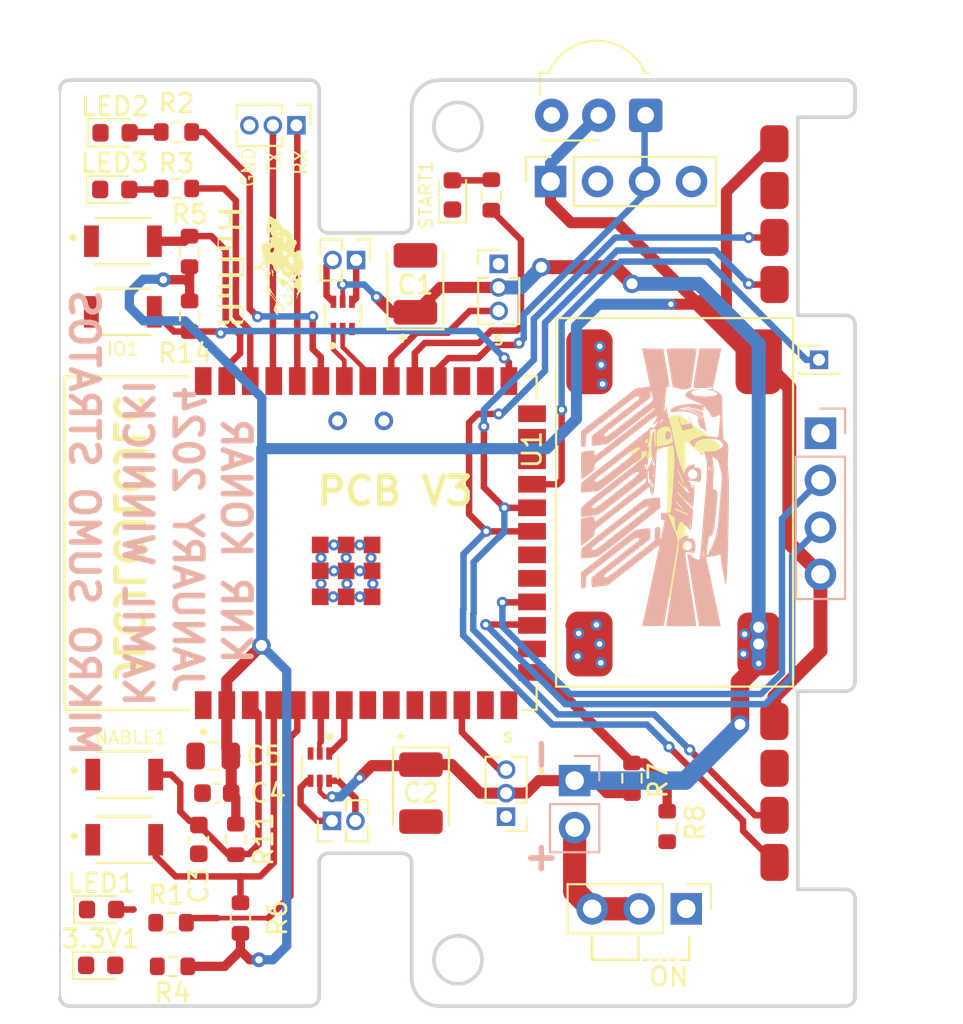
<source format=kicad_pcb>
(kicad_pcb (version 20240108) (generator "pcbnew") (generator_version "8.0")
  (layers (0 "F.Cu" signal) (31 "B.Cu" signal) (34 "B.Paste" user) (35 "F.Paste" user) (36 "B.SilkS" user "B.Silkscreen") (37 "F.SilkS" user "F.Silkscreen") (38 "B.Mask" user) (39 "F.Mask" user) (44 "Edge.Cuts" user))
  (net 0 "")
  (net 1 "EN")
  (net 2 "GND")
  (net 3 "Net-(3.3V1-A)")
  (net 4 "VCC")
  (net 5 "Net-(J3-Pin_2)")
  (net 6 "Net-(J3-Pin_1)")
  (net 7 "+3.3V")
  (net 8 "IO0")
  (net 9 "Net-(J4-Pin_1)")
  (net 10 "Net-(J4-Pin_2)")
  (net 12 "Net-(LED1-A)")
  (net 13 "Net-(LED2-A)")
  (net 14 "Net-(LED3-A)")
  (net 15 "Net-(START1-A)")
  (net 16 "USB-")
  (net 17 "USB+")
  (net 18 "RX")
  (net 19 "TX")
  (net 24 "V_BAT")
  (net 29 "B1")
  (net 30 "SDA")
  (net 31 "LED1")
  (net 32 "MIN1_1")
  (net 33 "MIN2_1")
  (net 34 "MIN1_2")
  (net 35 "MIN2_2")
  (net 36 "B2")
  (net 37 "SCL")
  (net 38 "STARTER")
  (net 39 "XSHUT")
  (net 40 "SERVO1")
  (net 41 "SERVO2")
  (net 42 "LED2")
  (net 43 "LED3")
  (net 44 "IN_1")
  (net 45 "IN_2")
  (net 46 "STARTER_LED")
  (net 51 "Net-(J9-Pin_2)")
  (footprint "Connector_PinHeader_1.27mm:PinHeader_1x03_P1.27mm_Vertical" (layer "F.Cu") (at 155.1 111.775 180)
    (property "Reference" "SV1" (hide yes))
    (property "Value" "Conn_01x03_Male")
  )
  (footprint "Resistor_SMD:R_0603_1608Metric" (layer "F.Cu") (at 137.080925 119.856205 180)
    (property "Reference" "R4")
    (property "Value" "1K")
  )
  (footprint "OptoDevice:Vishay_MOLD-3Pin" (layer "F.Cu") (at 162.64 73.9 180)
    (property "Reference" "U9" (hide yes))
    (property "Value" "TSOP323xx")
  )
  (footprint "B3U-1000P:SW_B3U-1000P" (layer "F.Cu") (at 134.4 80.7)
    (property "Reference" "S1" (hide yes))
    (property "Value" "B3U-1000P")
  )
  (footprint "Resistor_SMD:R_0603_1608Metric" (layer "F.Cu") (at 154.3 78.2 90)
    (property "Reference" "R15" (hide yes))
    (property "Value" "1K")
  )
  (footprint "Resistor_SMD:R_0603_1608Metric" (layer "F.Cu") (at 137.292075 77.851361 180)
    (property "Reference" "R3")
    (property "Value" "1K")
  )
  (footprint "TOFVL53L0X:TOFVL53L0X" (layer "F.Cu") (at 171.06 79.631541 90)
    (property "Reference" "U6" (hide yes))
    (property "Value" "TOFVL53L0X")
  )
  (footprint "Resistor_SMD:R_0603_1608Metric" (layer "F.Cu") (at 161.9 109.7 -90)
    (property "Reference" "R7")
    (property "Value" "10K")
  )
  (footprint "Resistor_SMD:R_0603_1608Metric" (layer "F.Cu") (at 140.75 117.25 90)
    (property "Reference" "R6")
    (property "Value" "10K")
  )
  (footprint "LED_SMD:LED_0603_1608Metric" (layer "F.Cu") (at 133.96067 77.904633)
    (property "Reference" "LED3")
    (property "Value" "LED")
  )
  (footprint "LED_SMD:LED_0603_1608Metric" (layer "F.Cu") (at 133.247258 116.786879)
    (property "Reference" "LED1")
    (property "Value" "LED")
  )
  (footprint "Capacitor_SMD:C_0603_1608Metric" (layer "F.Cu") (at 139.475 110.5)
    (property "Reference" "C4")
    (property "Value" "0.1uF")
  )
  (footprint "drv8210DRLR:SOT50P160X60-6N" (layer "F.Cu") (at 146.270908 84.703767 90)
    (property "Reference" "U3" (hide yes))
    (property "Value" "DRV8210DRLR")
  )
  (footprint "Resistor_SMD:R_0603_1608Metric" (layer "F.Cu") (at 137 117.5 180)
    (property "Reference" "R1")
    (property "Value" "1K")
  )
  (footprint "Resistor_SMD:R_0603_1608Metric" (layer "F.Cu") (at 163.8 112.3 90)
    (property "Reference" "R8")
    (property "Value" "10K")
  )
  (footprint "esp32s3:XCVR_ESP32S3WROOM1N8R8" (layer "F.Cu") (at 144 97 90)
    (property "Reference" "U8" (hide yes))
    (property "Value" "ESP32-S3-WROOM-1-N8R8")
  )
  (footprint "drv8210DRLR:SOT50P160X60-6N" (layer "F.Cu") (at 145.036209 109.1 -90)
    (property "Reference" "U2" (hide yes))
    (property "Value" "DRV8210DRLR")
  )
  (footprint "LED_SMD:LED_0603_1608Metric" (layer "F.Cu") (at 152.2 78.2 90)
    (property "Reference" "START1")
    (property "Value" "LED")
  )
  (footprint "Resistor_SMD:R_0603_1608Metric" (layer "F.Cu") (at 138.004467 84.75 90)
    (property "Reference" "R14")
    (property "Value" "10K")
  )
  (footprint "Resistor_SMD:R_0603_1608Metric" (layer "F.Cu") (at 137.292075 74.803354 180)
    (property "Reference" "R2")
    (property "Value" "1K")
  )
  (footprint "MH-MINI-360:MH-MINI-360" (layer "F.Cu") (at 159.6 102.45 90)
    (property "Reference" "U1")
    (property "Value" "MH-MINI-360")
  )
  (footprint "Resistor_SMD:R_0603_1608Metric" (layer "F.Cu") (at 138 81.25 90)
    (property "Reference" "R5")
    (property "Value" "10K")
  )
  (footprint "Connector_PinHeader_1.27mm:PinHeader_1x02_P1.27mm_Vertical" (layer "F.Cu") (at 145.689657 112 90)
    (property "Reference" "J3" (hide yes))
    (property "Value" "Conn_01x02_Male")
  )
  (footprint "Capacitor_Tantalum_SMD:CP_EIA-3528-21_Kemet-B" (layer "F.Cu") (at 150.5 110.5 -90)
    (property "Reference" "C2")
    (property "Value" "C_Polarized")
  )
  (footprint "TOFVL53L0X:TOFVL53L0X" (layer "F.Cu") (at 171.06 110.831541 90)
    (property "Reference" "U7" (hide yes))
    (property "Value" "TOFVL53L0X")
  )
  (footprint "LED_SMD:LED_0603_1608Metric" (layer "F.Cu") (at 133.2 119.8)
    (property "Reference" "3.3V1")
    (property "Value" "LED")
  )
  (footprint "Connector_PinHeader_1.27mm:PinHeader_1x03_P1.27mm_Vertical" (layer "F.Cu") (at 154.7 81.925)
    (property "Reference" "SV2" (hide yes))
    (property "Value" "Conn_01x03_Male")
  )
  (footprint "Connector_PinHeader_1.27mm:PinHeader_1x02_P1.27mm_Vertical" (layer "F.Cu") (at 146.999421 81.714762 -90)
    (property "Reference" "J4" (hide yes))
    (property "Value" "Conn_01x02_Male")
  )
  (footprint "LED_SMD:LED_0603_1608Metric" (layer "F.Cu") (at 133.977442 74.845576)
    (property "Reference" "LED2")
    (property "Value" "LED")
  )
  (footprint "Connector_PinHeader_1.27mm:PinHeader_1x03_P1.27mm_Vertical" (layer "F.Cu") (at 143.772575 74.441014 -90)
    (property "Reference" "J6" (hide yes))
    (property "Value" "Conn_01x03_Male")
  )
  (footprint "B3U-1000P:SW_B3U-1000P" (layer "F.Cu") (at 134.471351 109.5)
    (property "Reference" "ENABLE1")
    (property "Value" "B3U-1000P")
  )
  (footprint "Connector_PinSocket_2.54mm:PinSocket_1x04_P2.54mm_Vertical" (layer "F.Cu") (at 157.5 77.475 90)
    (property "Reference" "J8" (hide yes))
    (property "Value" "Conn_01x04_Female")
  )
  (footprint "logo:konar_logo" (layer "F.Cu") (at 141.75 82.138005 -90)
    (property "Reference" "G***" (hide yes))
    (property "Value" "LOGO" (hide yes))
  )
  (footprint "Connector_PinHeader_1.27mm:PinHeader_1x01_P1.27mm_Vertical" (layer "F.Cu") (at 172 87.1)
    (property "Reference" "J5" (hide yes))
    (property "Value" "Conn_01x01_Male")
  )
  (footprint "Resistor_SMD:R_0603_1608Metric" (layer "F.Cu") (at 140.5 113 90)
    (property "Reference" "R11")
    (property "Value" "10K")
  )
  (footprint "B3U-1000P:SW_B3U-1000P" (layer "F.Cu") (at 134.395032 84.511809)
    (property "Reference" "IO1")
    (property "Value" "B3U-1000P")
  )
  (footprint "B3U-1000P:SW_B3U-1000P" (layer "F.Cu") (at 134.471351 113.021095)
    (property "Reference" "S2" (hide yes))
    (property "Value" "B3U-1000P")
  )
  (footprint "Capacitor_SMD:C_0805_2012Metric" (layer "F.Cu") (at 139.278557 108.496969)
    (property "Reference" "C5")
    (property "Value" "22uF")
  )
  (footprint "Capacitor_SMD:C_0603_1608Metric" (layer "F.Cu") (at 138.5 113 -90)
    (property "Reference" "C3")
    (property "Value" "0.1uF")
  )
  (footprint "Connector_PinHeader_2.54mm:PinHeader_1x03_P2.54mm_Vertical" (layer "F.Cu") (at 164.83 116.75 -90)
    (property "Reference" "J9" (hide yes))
    (property "Value" "Conn_01x03_Pin")
  )
  (footprint "Capacitor_Tantalum_SMD:CP_EIA-3528-21_Kemet-B" (layer "F.Cu") (at 150.2 83 90)
    (property "Reference" "C1")
    (property "Value" "C_Polarized")
  )
  (footprint "logo:stratos" (layer "B.Cu") (at 163.229839 93.987169 -90)
    (property "Reference" "G***" (hide yes))
    (property "Value" "LOGO" (hide yes))
  )
  (footprint "Connector_PinHeader_2.54mm:PinHeader_1x04_P2.54mm_Vertical" (layer "B.Cu") (at 172.080174 91.067695 180)
    (property "Reference" "J1" (hide yes))
    (property "Value" "Conn_01x04_Female")
  )
  (footprint "Connector_PinHeader_2.54mm:PinHeader_1x02_P2.54mm_Vertical" (layer "B.Cu") (at 158.8 109.825 180)
    (property "Reference" "batt1" (hide yes))
    (property "Value" "Conn_01x02_Male")
  )
  (gr_line (start 163.25 119.5) (end 163 119.5) (stroke (width 0.15)) (layer "F.SilkS"))
  (gr_line (start 162.25 118.25) (end 162.25 119.5) (stroke (width 0.15)) (layer "F.SilkS"))
  (gr_line (start 164.25 119.5) (end 164 119.5) (stroke (width 0.15)) (layer "F.SilkS"))
  (gr_line (start 162.75 119.5) (end 162.5 119.5) (stroke (width 0.15)) (layer "F.SilkS"))
  (gr_line (start 162.25 119.5) (end 159.75 119.5) (stroke (width 0.15)) (layer "F.SilkS"))
  (gr_line (start 165 119.5) (end 164.5 119.5) (stroke (width 0.15)) (layer "F.SilkS"))
  (gr_line (start 163.75 119.5) (end 163.5 119.5) (stroke (width 0.15)) (layer "F.SilkS"))
  (gr_line (start 159.75 119.5) (end 159.75 118.25) (stroke (width 0.15)) (layer "F.SilkS"))
  (gr_line (start 165 118.25) (end 165 119.5) (stroke (width 0.15)) (layer "F.SilkS"))
  (gr_arc (start 144.5 72) (mid 144.853553 72.146447) (end 145 72.5) (stroke (width 0.2)) (layer "Edge.Cuts"))
  (gr_line (start 145 79.75) (end 145 72.5) (stroke (width 0.2)) (layer "Edge.Cuts"))
  (gr_arc (start 151.5 122) (mid 150.43934 121.56066) (end 150 120.5) (stroke (width 0.2)) (layer "Edge.Cuts"))
  (gr_arc (start 131.5 122) (mid 131.146447 121.853553) (end 131 121.5) (stroke (width 0.2)) (layer "Edge.Cuts"))
  (gr_arc (start 173.446555 84.7) (mid 173.800108 84.846447) (end 173.946555 85.2) (stroke (width 0.2)) (layer "Edge.Cuts"))
  (gr_line (start 131 79.6) (end 131 72.5) (stroke (width 0.1)) (layer "Edge.Cuts"))
  (gr_arc (start 150 79.75) (mid 149.853553 80.103553) (end 149.5 80.25) (stroke (width 0.2)) (layer "Edge.Cuts"))
  (gr_line (start 145 121.5) (end 145 114.25) (stroke (width 0.2)) (layer "Edge.Cuts"))
  (gr_line (start 145.5 113.75) (end 149.5 113.75) (stroke (width 0.2)) (layer "Edge.Cuts"))
  (gr_arc (start 145 121.5) (mid 144.853553 121.853553) (end 144.5 122) (stroke (width 0.2)) (layer "Edge.Cuts"))
  (gr_line (start 173.946555 104.5) (end 173.946555 85.2) (stroke (width 0.2)) (layer "Edge.Cuts"))
  (gr_line (start 170.860407 115.7) (end 170.860407 105) (stroke (width 0.2)) (layer "Edge.Cuts"))
  (gr_line (start 173.946555 121.5) (end 173.946555 116.2) (stroke (width 0.2)) (layer "Edge.Cuts"))
  (gr_arc (start 150 73.5) (mid 150.43934 72.43934) (end 151.5 72) (stroke (width 0.2)) (layer "Edge.Cuts"))
  (gr_line (start 173.946555 73.5) (end 173.946555 72.5) (stroke (width 0.2)) (layer "Edge.Cuts"))
  (gr_arc (start 173.946555 121.5) (mid 173.800108 121.853553) (end 173.446555 122) (stroke (width 0.2)) (layer "Edge.Cuts"))
  (gr_line (start 150 114.25) (end 150 120.5) (stroke (width 0.2)) (layer "Edge.Cuts"))
  (gr_arc (start 173.946555 104.5) (mid 173.800108 104.853553) (end 173.446555 105) (stroke (width 0.2)) (layer "Edge.Cuts"))
  (gr_arc (start 149.5 113.75) (mid 149.853553 113.896447) (end 150 114.25) (stroke (width 0.2)) (layer "Edge.Cuts"))
  (gr_arc (start 173.446555 115.7) (mid 173.800108 115.846447) (end 173.946555 116.2) (stroke (width 0.2)) (layer "Edge.Cuts"))
  (gr_line (start 150 73.5) (end 150 79.75) (stroke (width 0.2)) (layer "Edge.Cuts"))
  (gr_line (start 170.860407 74) (end 173.446555 74) (stroke (width 0.2)) (layer "Edge.Cuts"))
  (gr_line (start 131 79.6) (end 131 118.5) (stroke (width 0.1)) (layer "Edge.Cuts"))
  (gr_circle (center 152.5 119.5) (end 153.8 119.5) (stroke (width 0.2)) (fill none) (layer "Edge.Cuts"))
  (gr_line (start 131.5 122) (end 144.5 122) (stroke (width 0.2)) (layer "Edge.Cuts"))
  (gr_circle (center 152.5 74.5) (end 153.8 74.5) (stroke (width 0.2)) (fill none) (layer "Edge.Cuts"))
  (gr_arc (start 145.5 80.25) (mid 145.146447 80.103553) (end 145 79.75) (stroke (width 0.2)) (layer "Edge.Cuts"))
  (gr_line (start 144.5 72) (end 131.5 72) (stroke (width 0.2)) (layer "Edge.Cuts"))
  (gr_arc (start 173.446555 72) (mid 173.800108 72.146447) (end 173.946555 72.5) (stroke (width 0.2)) (layer "Edge.Cuts"))
  (gr_line (start 151.5 122) (end 173.446555 122) (stroke (width 0.2)) (layer "Edge.Cuts"))
  (gr_line (start 149.5 80.25) (end 145.5 80.25) (stroke (width 0.2)) (layer "Edge.Cuts"))
  (gr_line (start 173.446555 72) (end 151.5 72) (stroke (width 0.2)) (layer "Edge.Cuts"))
  (gr_arc (start 131 72.5) (mid 131.146447 72.146447) (end 131.5 72) (stroke (width 0.2)) (layer "Edge.Cuts"))
  (gr_line (start 170.860407 105) (end 173.446555 105) (stroke (width 0.2)) (layer "Edge.Cuts"))
  (gr_arc (start 173.946555 73.5) (mid 173.800108 73.853553) (end 173.446555 74) (stroke (width 0.2)) (layer "Edge.Cuts"))
  (gr_arc (start 145 114.25) (mid 145.146447 113.896447) (end 145.5 113.75) (stroke (width 0.2)) (layer "Edge.Cuts"))
  (gr_line (start 173.446555 84.7) (end 170.860407 84.7) (stroke (width 0.2)) (layer "Edge.Cuts"))
  (gr_line (start 131 121.5) (end 131 118.5) (stroke (width 0.1)) (layer "Edge.Cuts"))
  (gr_line (start 170.860407 84.7) (end 170.860407 74) (stroke (width 0.2)) (layer "Edge.Cuts"))
  (gr_line (start 173.446555 115.7) (end 170.860407 115.7) (stroke (width 0.2)) (layer "Edge.Cuts"))
  (gr_text "MIKRO SUMO STRATOS" (at 132.3 95.9 270) (layer "B.SilkS") (effects (font (size 1.5 1.5) (thickness 0.3)) (justify mirror)))
  (gr_text "JANUARY 2024" (at 137.9 96.8 270) (layer "B.SilkS") (effects (font (size 1.5 1.5) (thickness 0.3)) (justify mirror)))
  (gr_text "+" (at 157 113.9 0) (layer "B.SilkS") (effects (font (size 1.5 1.5) (thickness 0.3)) (justify mirror)))
  (gr_text "KNR KONAR" (at 140.5 96.9 270) (layer "B.SilkS") (effects (font (size 1.5 1.5) (thickness 0.3)) (justify mirror)))
  (gr_text "-" (at 156.9 108.4 90) (layer "B.SilkS") (effects (font (size 1.5 1.5) (thickness 0.3)) (justify mirror)))
  (gr_text "KAMIL WINNICKI" (at 135.2 97 270) (layer "B.SilkS") (effects (font (size 1.5 1.5) (thickness 0.3)) (justify mirror)))
  (gr_text "-" (at 157.1 108.8 -90) (layer "F.SilkS") (effects (font (size 1.5 1.5) (thickness 0.3))))
  (gr_text "RX" (at 143.996335 76.436854 90) (layer "F.SilkS") (effects (font (size 0.7 0.7) (thickness 0.1))))
  (gr_text "+" (at 149.4 107.4 0) (layer "F.SilkS") (effects (font (size 0.5 0.5) (thickness 0.125)) (justify mirror)))
  (gr_text "GND" (at 141.195045 76.711207 90) (layer "F.SilkS") (effects (font (size 0.7 0.7) (thickness 0.1))))
  (gr_text "ON" (at 162.75 121 0) (layer "F.SilkS") (effects (font (size 1 1)) (justify left bottom)))
  (gr_text "+" (at 149.519826 85.9 0) (layer "F.SilkS") (effects (font (size 0.5 0.5) (thickness 0.125)) (justify mirror)))
  (gr_text "PCB V3" (at 149.1 94.2 0) (layer "F.SilkS") (effects (font (size 1.5 1.5) (thickness 0.3))))
  (gr_text "S" (at 155.2 107.5 0) (layer "F.SilkS") (effects (font (size 0.5 0.5) (thickness 0.125))))
  (gr_text "+" (at 157 113.9 0) (layer "F.SilkS") (effects (font (size 1.5 1.5) (thickness 0.3))))
  (gr_text "TX" (at 142.58125 76.436854 90) (layer "F.SilkS") (effects (font (size 0.7 0.7) (thickness 0.1))))
  (gr_text "S" (at 154.7 86 180) (layer "F.SilkS") (effects (font (size 0.5 0.5) (thickness 0.125))))
  (gr_text "JLCJLCJLCJLC" (at 134.7 96.7 270) (layer "F.SilkS") (effects (font (size 1.5 1.5) (thickness 0.3)) (justify mirror)))
  (segment (start 136.171351 109.5) (end 137 109.5) (width 0.35) (layer "F.Cu") (net 1))
  (segment (start 141.2125 113.7875) (end 141.725 113.275) (width 0.35) (layer "F.Cu") (net 1))
  (segment (start 138.5 112.225) (end 140.1 113.825) (width 0.35) (layer "F.Cu") (net 1))
  (segment (start 138.275 112) (end 138.5 112.225) (width 0.35) (layer "F.Cu") (net 1))
  (segment (start 137 109.5) (end 137.5 110) (width 0.35) (layer "F.Cu") (net 1))
  (segment (start 141.725 113.275) (end 141.725 106.195) (width 0.35) (layer "F.Cu") (net 1))
  (segment (start 137.5 110) (end 137.5 111.5) (width 0.35) (layer "F.Cu") (net 1))
  (segment (start 140.4625 113.7875) (end 141.2125 113.7875) (width 0.35) (layer "F.Cu") (net 1))
  (segment (start 137.5 111.5) (end 138 112) (width 0.35) (layer "F.Cu") (net 1))
  (segment (start 141.725 106.195) (end 141.28 105.75) (width 0.35) (layer "F.Cu") (net 1))
  (segment (start 141.5 105.97) (end 141.28 105.75) (width 0.35) (layer "F.Cu") (net 1))
  (segment (start 140.1 113.825) (end 140.5 113.825) (width 0.35) (layer "F.Cu") (net 1))
  (segment (start 138 112) (end 138.275 112) (width 0.35) (layer "F.Cu") (net 1))
  (segment (start 159.6 103.9) (end 159.6 102.45) (width 0.6) (layer "F.Cu") (net 2))
  (segment (start 159.025 101.875) (end 158.6 101.45) (width 0.6) (layer "F.Cu") (net 2))
  (segment (start 159.5 87.31) (end 159.6 87.21) (width 0.6) (layer "F.Cu") (net 2))
  (segment (start 160.15 102.45) (end 159.6 102.45) (width 1) (layer "F.Cu") (net 2))
  (segment (start 159.6 102.45) (end 159.025 101.875) (width 0.6) (layer "F.Cu") (net 2))
  (via (at 158.965409 103.111011) (size 0.6) (drill 0.3) (layers "F.Cu" "B.Cu") (net 2))
  (via (at 146 90.4) (size 1) (drill 0.6) (layers "F.Cu" "B.Cu") (net 2))
  (via (at 148.5 90.4) (size 1) (drill 0.6) (layers "F.Cu" "B.Cu") (net 2))
  (via (at 160.311803 88.410205) (size 0.6) (drill 0.3) (layers "F.Cu" "B.Cu") (net 2))
  (via (at 160.23459 87.374262) (size 0.6) (drill 0.3) (layers "F.Cu" "B.Cu") (net 2))
  (via (at 159.025 101.875) (size 0.6) (drill 0.3) (layers "F.Cu" "B.Cu") (net 2))
  (via (at 160.213689 103.46705) (size 0.6) (drill 0.3) (layers "F.Cu" "B.Cu") (net 2))
  (via (at 159.977759 101.412322) (size 0.6) (drill 0.3) (layers "F.Cu" "B.Cu") (net 2))
  (via (at 160.157377 86.370491) (size 0.6) (drill 0.3) (layers "F.Cu" "B.Cu") (net 2))
  (via (at 160.15 102.45) (size 0.6) (drill 0.3) (layers "F.Cu" "B.Cu") (net 2))
  (segment (start 156.2 110.5) (end 156.875 109.825) (width 0.6) (layer "F.Cu") (net 4))
  (segment (start 149.71832 109.01832) (end 149.036209 109.01832) (width 0.6) (layer "F.Cu") (net 4))
  (segment (start 145.036209 110.436209) (end 145.2 110.6) (width 0.254) (layer "F.Cu") (net 4))
  (segment (start 155.425 110.5) (end 156.2 110.5) (width 0.6) (layer "F.Cu") (net 4))
  (segment (start 147.845376 109.01832) (end 147.181848 109.681848) (width 0.6) (layer "F.Cu") (net 4))
  (segment (start 154.7 83.195) (end 152.495 83.195) (width 0.6) (layer "F.Cu") (net 4))
  (segment (start 149.036209 109.01832) (end 148.11832 109.01832) (width 0.6) (layer "F.Cu") (net 4))
  (segment (start 152.1625 108.9625) (end 153.705 110.505) (width 0.6) (layer "F.Cu") (net 4))
  (segment (start 148.105937 83.705937) (end 148.9375 84.5375) (width 0.6) (layer "F.Cu") (net 4))
  (segment (start 148.9375 84.5375) (end 150.2 84.5375) (width 0.6) (layer "F.Cu") (net 4))
  (segment (start 161.9 110.525) (end 160.525 110.525) (width 0.5) (layer "F.Cu") (net 4))
  (segment (start 145.036209 109.835) (end 145.036209 110.436209) (width 0.254) (layer "F.Cu") (net 4))
  (segment (start 161 82.1) (end 157 82.1) (width 0.75) (layer "F.Cu") (net 4))
  (segment (start 153.705 110.505) (end 155 110.505) (width 0.6) (layer "F.Cu") (net 4))
  (segment (start 167.730584 105.530584) (end 167.730584 106.790604) (width 0.6) (layer "F.Cu") (net 4))
  (segment (start 155.1 110.505) (end 155.42 110.505) (width 0.6) (layer "F.Cu") (net 4))
  (segment (start 145.2 110.6) (end 145.3 110.7) (width 0.254) (layer "F.Cu") (net 4))
  (segment (start 145.3 110.7) (end 145.7 110.7) (width 0.254) (layer "F.Cu") (net 4))
  (segment (start 148.09856 83.705937) (end 148.105937 83.705937) (width 0.6) (layer "F.Cu") (net 4))
  (segment (start 151.5425 83.195) (end 150.2 84.5375) (width 0.6) (layer "F.Cu") (net 4))
  (segment (start 146.270908 83.968767) (end 146.270908 83.039874) (width 0.25) (layer "F.Cu") (net 4))
  (segment (start 156.875 109.825) (end 158.8 109.825) (width 0.6) (layer "F.Cu") (net 4))
  (segment (start 161.9 83) (end 161 82.1) (width 0.75) (layer "F.Cu") (net 4))
  (segment (start 167.7 105.5) (end 167.730584 105.530584) (width 0.6) (layer "F.Cu") (net 4))
  (segment (start 149.036209 109.01832) (end 147.845376 109.01832) (width 0.6) (layer "F.Cu") (net 4))
  (segment (start 159.825 109.825) (end 158.8 109.825) (width 0.5) (layer "F.Cu") (net 4))
  (segment (start 168.744 103.5) (end 168.744 102.45) (width 1) (layer "F.Cu") (net 4))
  (segment (start 160.525 110.525) (end 159.825 109.825) (width 0.5) (layer "F.Cu") (net 4))
  (segment (start 146.270908 83.039874) (end 146.269539 83.038505) (width 0.25) (layer "F.Cu") (net 4))
  (segment (start 155.42 110.505) (end 155.425 110.5) (width 0.6) (layer "F.Cu") (net 4))
  (segment (start 167.730584 104.513416) (end 167.730584 106.790604) (width 1) (layer "F.Cu") (net 4))
  (segment (start 150.8 108.9625) (end 152.1625 108.9625) (width 0.6) (layer "F.Cu") (net 4))
  (segment (start 168.744 103.5) (end 167.730584 104.513416) (width 1) (layer "F.Cu") (net 4))
  (segment (start 152.495 83.195) (end 151.5425 83.195) (width 0.6) (layer "F.Cu") (net 4))
  (via (at 168.744 102.45) (size 1) (drill 0.6) (layers "F.Cu" "B.Cu") (net 4))
  (via (at 167.730584 106.790604) (size 1) (drill 0.6) (layers "F.Cu" "B.Cu") (net 4))
  (via (at 168.744 103.5) (size 0.6) (drill 0.3) (layers "F.Cu" "B.Cu") (net 4))
  (via (at 167.919835 102.98664) (size 0.6) (drill 0.3) (layers "F.Cu" "B.Cu") (net 4))
  (via (at 148.09856 83.705937) (size 0.6) (drill 0.3) (layers "F.Cu" "B.Cu") (net 4))
  (via (at 146.269539 83.038505) (size 0.6) (drill 0.3) (layers "F.Cu" "B.Cu") (net 4))
  (via (at 167.98418 101.918525) (size 0.6) (drill 0.3) (layers "F.Cu" "B.Cu") (net 4))
  (via (at 147.181848 109.681848) (size 0.6) (drill 0.3) (layers "F.Cu" "B.Cu") (net 4))
  (via (at 161.9 83) (size 1) (drill 0.6) (layers "F.Cu" "B.Cu") (net 4))
  (via (at 145.7 110.7) (size 0.6) (drill 0.3) (layers "F.Cu" "B.Cu") (net 4))
  (via (at 157 82.1) (size 1) (drill 0.6) (layers "F.Cu" "B.Cu") (net 4))
  (via (at 168.744 101.544) (size 1) (drill 0.6) (layers "F.Cu" "B.Cu") (net 4))
  (segment (start 145.7 110.7) (end 146.163696 110.7) (width 0.5) (layer "B.Cu") (net 4))
  (segment (start 146.163696 110.7) (end 147.181848 109.681848) (width 0.5) (layer "B.Cu") (net 4))
  (segment (start 168.744 102.45) (end 168.744 103.5) (width 0.75) (layer "B.Cu") (net 4))
  (segment (start 168.744 102.45) (end 168.744 86.244) (width 0.75) (layer "B.Cu") (net 4))
  (segment (start 157 82.1) (end 155.905 83.195) (width 0.75) (layer "B.Cu") (net 4))
  (segment (start 167.730584 106.790604) (end 167.730584 106.869416) (width 1) (layer "B.Cu") (net 4))
  (segment (start 155.905 83.195) (end 154.7 83.195) (width 0.75) (layer "B.Cu") (net 4))
  (segment (start 164.775 109.825) (end 158.8 109.825) (width 1) (layer "B.Cu") (net 4))
  (segment (start 168.744 86.244) (end 165.5 83) (width 0.75) (layer "B.Cu") (net 4))
  (segment (start 146.269539 83.038505) (end 147.431128 83.038505) (width 0.35) (layer "B.Cu") (net 4))
  (segment (start 147.431128 83.038505) (end 148.09856 83.705937) (width 0.35) (layer "B.Cu") (net 4))
  (segment (start 167.730584 106.869416) (end 164.775 109.825) (width 1) (layer "B.Cu") (net 4))
  (segment (start 165.5 83) (end 161.9 83) (width 0.75) (layer "B.Cu") (net 4))
  (segment (start 146.028141 109.835) (end 145.566209 109.835) (width 0.35) (layer "F.Cu") (net 5))
  (segment (start 146.959657 110.766516) (end 146.028141 109.835) (width 0.35) (layer "F.Cu") (net 5))
  (segment (start 146.959657 112) (end 146.959657 110.766516) (width 0.35) (layer "F.Cu") (net 5))
  (segment (start 145.689657 112) (end 144.9 112) (width 0.35) (layer "F.Cu") (net 6))
  (segment (start 144 110.2) (end 144.365 109.835) (width 0.35) (layer "F.Cu") (net 6))
  (segment (start 144.9 112) (end 144 111.1) (width 0.35) (layer "F.Cu") (net 6))
  (segment (start 144.365 109.835) (end 144.506209 109.835) (width 0.35) (layer "F.Cu") (net 6))
  (segment (start 144 111.1) (end 144 110.2) (width 0.35) (layer "F.Cu") (net 6))
  (segment (start 169.590316 106.636375) (end 169.590316 105.309684) (width 0.75) (layer "F.Cu") (net 7))
  (segment (start 138.004467 83.925) (end 138.004467 83) (width 0.5) (layer "F.Cu") (net 7))
  (segment (start 140.01 108.06) (end 140.45 108.5) (width 0.6) (layer "F.Cu") (net 7))
  (segment (start 168.744 87.21) (end 168.61 87.21) (width 0.6) (layer "F.Cu") (net 7))
  (segment (start 170.4 97.007521) (end 172.080174 98.687695) (width 0.75) (layer "F.Cu") (net 7))
  (segment (start 138.004467 82.079467) (end 138 82.075) (width 0.5) (layer "F.Cu") (net 7))
  (segment (start 158.6 79.7) (end 157.5 78.6) (width 0.6) (layer "F.Cu") (net 7))
  (segment (start 157.5 78.6) (end 157.5 77.475) (width 0.6) (layer "F.Cu") (net 7))
  (segment (start 138.004467 83) (end 138.004467 82.079467) (width 0.5) (layer "F.Cu") (net 7))
  (segment (start 169.01 87.21) (end 170.4 88.6) (width 0.75) (layer "F.Cu") (net 7))
  (segment (start 141.25 119.5) (end 140.75 119) (width 0.5) (layer "F.Cu") (net 7))
  (segment (start 167 78.026691) (end 167 85.466) (width 0.6) (layer "F.Cu") (net 7))
  (segment (start 137.781274 82.776807) (end 138.004467 83) (width 0.5) (layer "F.Cu") (net 7))
  (segment (start 140.01 105.75) (end 140.01 108.06) (width 0.6) (layer "F.Cu") (net 7))
  (segment (start 139.954346 105.805654) (end 140.01 105.75) (width 0.35) (layer "F.Cu") (net 7))
  (segment (start 137.905925 119.856205) (end 139.893795 119.856205) (width 0.5) (layer "F.Cu") (net 7))
  (segment (start 136.583921 82.776807) (end 137.781274 82.776807) (width 0.5) (layer "F.Cu") (net 7))
  (segment (start 167 85.466) (end 168.744 87.21) (width 0.75) (layer "F.Cu") (net 7))
  (segment (start 140.25 108.7) (end 140.45 108.5) (width 0.6) (layer "F.Cu") (net 7))
  (segment (start 164 84.1) (end 165.634 84.1) (width 0.6) (layer "F.Cu") (net 7))
  (segment (start 139.893795 119.856205) (end 140.75 119) (width 0.5) (layer "F.Cu") (net 7))
  (segment (start 140.5 110.75) (end 140.25 110.5) (width 0.5) (layer "F.Cu") (net 7))
  (segment (start 168.61 87.21) (end 161.1 79.7) (width 0.6) (layer "F.Cu") (net 7))
  (segment (start 168.744 87.21) (end 169.01 87.21) (width 0.75) (layer "F.Cu") (net 7))
  (segment (start 140.75 119) (end 140.75 118.075) (width 0.5) (layer "F.Cu") (net 7))
  (segment (start 140.01 104.405194) (end 140.01 105.75) (width 0.6) (layer "F.Cu") (net 7))
  (segment (start 169.590316 75.436375) (end 167 78.026691) (width 0.6) (layer "F.Cu") (net 7))
  (segment (start 172.080174 102.819826) (end 172.080174 98.687695) (width 0.75) (layer "F.Cu") (net 7))
  (segment (start 141.75 119.5) (end 141.25 119.5) (width 0.5) (layer "F.Cu") (net 7))
  (segment (start 165.634 84.1) (end 168.744 87.21) (width 1) (layer "F.Cu") (net 7))
  (segment (start 140.5 112.175) (end 140.5 110.75) (width 0.5) (layer "F.Cu") (net 7))
  (segment (start 169.590316 105.309684) (end 172.080174 102.819826) (width 0.75) (layer "F.Cu") (net 7))
  (segment (start 141.884755 102.530439) (end 140.01 104.405194) (width 0.6) (layer "F.Cu") (net 7))
  (segment (start 140.25 110.5) (end 140.25 108.7) (width 0.6) (layer "F.Cu") (net 7))
  (segment (start 170.4 88.6) (end 170.4 97.007521) (width 0.75) (layer "F.Cu") (net 7))
  (segment (start 161.1 79.7) (end 158.6 79.7) (width 0.6) (layer "F.Cu") (net 7))
  (via (at 141.75 119.5) (size 0.8) (drill 0.4) (layers "F.Cu" "B.Cu") (net 7))
  (via (at 164 84.1) (size 0.6) (drill 0.3) (layers "F.Cu" "B.Cu") (net 7))
  (via (at 141.884755 102.530439) (size 1) (drill 0.6) (layers "F.Cu" "B.Cu") (net 7))
  (via (at 136.583921 82.776807) (size 0.8) (drill 0.4) (layers "F.Cu" "B.Cu") (net 7))
  (segment (start 157.5 76.5) (end 160.1 73.9) (width 0.6) (layer "B.Cu") (net 7))
  (segment (start 157.3 91.9) (end 158.9 90.3) (width 0.6) (layer "B.Cu") (net 7))
  (segment (start 141.9 102.515194) (end 141.9 91.9) (width 0.6) (layer "B.Cu") (net 7))
  (segment (start 136.583921 82.776807) (end 136.557114 82.75) (width 0.5) (layer "B.Cu") (net 7))
  (segment (start 143.25 118.75) (end 143.25 103.895684) (width 0.5) (layer "B.Cu") (net 7))
  (segment (start 142 102.415194) (end 141.884755 102.530439) (width 0.5) (layer "B.Cu") (net 7))
  (segment (start 157.5 77.475) (end 157.5 76.5) (width 0.6) (layer "B.Cu") (net 7))
  (segment (start 135.5 85) (end 137.75 85) (width 0.5) (layer "B.Cu") (net 7))
  (segment (start 158.9 90.3) (end 158.9 85.3) (width 0.6) (layer "B.Cu") (net 7))
  (segment (start 142.5 119.5) (end 143.25 118.75) (width 0.5) (layer "B.Cu") (net 7))
  (segment (start 135.5 82.75) (end 134.75 83.5) (width 0.5) (layer "B.Cu") (net 7))
  (segment (start 136.557114 82.75) (end 135.5 82.75) (width 0.5) (layer "B.Cu") (net 7))
  (segment (start 134.75 84.25) (end 135.5 85) (width 0.5) (layer "B.Cu") (net 7))
  (segment (start 141.9 89.15) (end 141.9 91.9) (width 0.5) (layer "B.Cu") (net 7))
  (segment (start 143.25 103.895684) (end 141.884755 102.530439) (width 0.5) (layer "B.Cu") (net 7))
  (segment (start 137.75 85) (end 141.9 89.15) (width 0.5) (layer "B.Cu") (net 7))
  (segment (start 160.1 84.1) (end 164 84.1) (width 0.6) (layer "B.Cu") (net 7))
  (segment (start 134.75 83.5) (end 134.75 84.25) (width 0.5) (layer "B.Cu") (net 7))
  (segment (start 141.884755 102.530439) (end 141.9 102.515194) (width 0.5) (layer "B.Cu") (net 7))
  (segment (start 158.9 85.3) (end 160.1 84.1) (width 0.6) (layer "B.Cu") (net 7))
  (segment (start 141.75 119.5) (end 142.5 119.5) (width 0.5) (layer "B.Cu") (net 7))
  (segment (start 141.9 91.9) (end 157.3 91.9) (width 0.6) (layer "B.Cu") (net 7))
  (segment (start 139.679088 85.661502) (end 139.592586 85.575) (width 0.35) (layer "F.Cu") (net 8))
  (segment (start 139.592586 85.575) (end 138.004467 85.575) (width 0.35) (layer "F.Cu") (net 8))
  (segment (start 137.158223 85.575) (end 136.095032 84.511809) (width 0.35) (layer "F.Cu") (net 8))
  (segment (start 155.25 87.25) (end 155 87) (width 0.35) (layer "F.Cu") (net 8))
  (segment (start 138.004467 85.575) (end 137.158223 85.575) (width 0.35) (layer "F.Cu") (net 8))
  (segment (start 155.25 88.25) (end 155.25 87.25) (width 0.35) (layer "F.Cu") (net 8))
  (via (at 139.679088 85.661502) (size 0.6) (drill 0.3) (layers "F.Cu" "B.Cu") (net 8))
  (via (at 155 87) (size 0.6) (drill 0.3) (layers "F.Cu" "B.Cu") (net 8))
  (segment (start 139.679088 85.661502) (end 139.794199 85.546391) (width 0.35) (layer "B.Cu") (net 8))
  (segment (start 139.794199 85.546391) (end 153.546391 85.546391) (width 0.35) (layer "B.Cu") (net 8))
  (segment (start 153.546391 85.546391) (end 155 87) (width 0.35) (layer "B.Cu") (net 8))
  (segment (start 147 83.769675) (end 146.800908 83.968767) (width 0.35) (layer "F.Cu") (net 9))
  (segment (start 147 81.715341) (end 147 83.769675) (width 0.35) (layer "F.Cu") (net 9))
  (segment (start 146.999421 81.714762) (end 147 81.715341) (width 0.35) (layer "F.Cu") (net 9))
  (segment (start 145.4 83.627859) (end 145.740908 83.968767) (width 0.35) (layer "F.Cu") (net 10))
  (segment (start 145.4 82.044183) (end 145.4 83.627859) (width 0.35) (layer "F.Cu") (net 10))
  (segment (start 145.729421 81.714762) (end 145.4 82.044183) (width 0.35) (layer "F.Cu") (net 10))
  (segment (start 134.967698 116.786879) (end 134.97378 116.780797) (width 0.35) (layer "F.Cu") (net 12))
  (segment (start 134.034758 116.786879) (end 134.967698 116.786879) (width 0.35) (layer "F.Cu") (net 12))
  (segment (start 136.467075 74.803354) (end 134.807164 74.803354) (width 0.35) (layer "F.Cu") (net 13))
  (segment (start 134.807164 74.803354) (end 134.764942 74.845576) (width 0.35) (layer "F.Cu") (net 13))
  (segment (start 136.413803 77.904633) (end 136.467075 77.851361) (width 0.35) (layer "F.Cu") (net 14))
  (segment (start 134.74817 77.904633) (end 136.413803 77.904633) (width 0.35) (layer "F.Cu") (net 14))
  (segment (start 154.2625 77.4125) (end 154.3 77.375) (width 0.35) (layer "F.Cu") (net 15))
  (segment (start 152.2 77.4125) (end 154.2625 77.4125) (width 0.35) (layer "F.Cu") (net 15))
  (segment (start 143.82 88.25) (end 143.82 74.488439) (width 0.35) (layer "F.Cu") (net 18))
  (segment (start 143.82 74.488439) (end 143.772575 74.441014) (width 0.35) (layer "F.Cu") (net 18))
  (segment (start 142.502575 88.202575) (end 142.55 88.25) (width 0.35) (layer "F.Cu") (net 19))
  (segment (start 142.502575 74.441014) (end 142.502575 88.202575) (width 0.35) (layer "F.Cu") (net 19))
  (segment (start 163.8 111.475) (end 163.8 110.1) (width 0.5) (layer "F.Cu") (net 24))
  (segment (start 163.8 110.1) (end 162.575 108.875) (width 0.5) (layer "F.Cu") (net 24))
  (segment (start 156.5 103.985) (end 157.01 103.985) (width 0.5) (layer "F.Cu") (net 24))
  (segment (start 162.575 108.875) (end 161.9 108.875) (width 0.5) (layer "F.Cu") (net 24))
  (segment (start 157.01 103.985) (end 161.9 108.875) (width 0.5) (layer "F.Cu") (net 24))
  (segment (start 140.75 115.15) (end 140.675 115.075) (width 0.35) (layer "F.Cu") (net 29))
  (segment (start 136.171351 113.021095) (end 136.171351 113.921351) (width 0.35) (layer "F.Cu") (net 29))
  (segment (start 140.75 115) (end 141.809357 115) (width 0.35) (layer "F.Cu") (net 29))
  (segment (start 141.809357 115) (end 142.55 114.259357) (width 0.35) (layer "F.Cu") (net 29))
  (segment (start 137.25 115) (end 140.75 115) (width 0.35) (layer "F.Cu") (net 29))
  (segment (start 142.55 114.259357) (end 142.55 105.75) (width 0.35) (layer "F.Cu") (net 29))
  (segment (start 136.171351 113.921351) (end 137.25 115) (width 0.35) (layer "F.Cu") (net 29))
  (segment (start 140.75 116.425) (end 140.75 115.15) (width 0.35) (layer "F.Cu") (net 29))
  (segment (start 140.675 115.075) (end 140.75 115) (width 0.35) (layer "F.Cu") (net 29))
  (segment (start 169.6 83.04) (end 168.24 83.04) (width 0.35) (layer "F.Cu") (net 30))
  (segment (start 168.24 83.04) (end 168.2 83) (width 0.35) (layer "F.Cu") (net 30))
  (segment (start 154.0255 96.365) (end 156.5 96.365) (width 0.35) (layer "F.Cu") (net 30))
  (segment (start 153.575 90.025) (end 153.1 90.5) (width 0.35) (layer "F.Cu") (net 30))
  (segment (start 154.700632 90.025) (end 153.575 90.025) (width 0.35) (layer "F.Cu") (net 30))
  (segment (start 153.1 95.4395) (end 154.0255 96.365) (width 0.35) (layer "F.Cu") (net 30))
  (segment (start 167.9 112.54) (end 169.6 114.24) (width 0.35) (layer "F.Cu") (net 30))
  (segment (start 167.9 112) (end 167.9 112.54) (width 0.35) (layer "F.Cu") (net 30))
  (segment (start 153.1 90.5) (end 153.1 95.4395) (width 0.35) (layer "F.Cu") (net 30))
  (segment (start 163.9 108) (end 167.9 112) (width 0.35) (layer "F.Cu") (net 30))
  (via (at 154.0255 96.365) (size 0.6) (drill 0.3) (layers "F.Cu" "B.Cu") (net 30))
  (via (at 154.700632 90.025) (size 0.6) (drill 0.3) (layers "F.Cu" "B.Cu") (net 30))
  (via (at 163.9 108) (size 0.6) (drill 0.3) (layers "F.Cu" "B.Cu") (net 30))
  (via (at 168.2 83) (size 0.6) (drill 0.3) (layers "F.Cu" "B.Cu") (net 30))
  (segment (start 161.1 81.2) (end 166.4 81.2) (width 0.35) (layer "B.Cu") (net 30))
  (segment (start 152.8 97.5905) (end 154.0255 96.365) (width 0.35) (layer "B.Cu") (net 30))
  (segment (start 152.775 100.592588) (end 152.8 100.567587) (width 0.35) (layer "B.Cu") (net 30))
  (segment (start 157.2 87.7) (end 157.2 85.1) (width 0.35) (layer "B.Cu") (net 30))
  (segment (start 157.2 85.1) (end 161.1 81.2) (width 0.35) (layer "B.Cu") (net 30))
  (segment (start 154.700632 90.025) (end 154.875 90.025) (width 0.35) (layer "B.Cu") (net 30))
  (segment (start 152.775 101.975) (end 152.775 100.592588) (width 0.35) (layer "B.Cu") (net 30))
  (segment (start 152.8 100.567587) (end 152.8 97.5905) (width 0.35) (layer "B.Cu") (net 30))
  (segment (start 163.9 108) (end 162.7 106.8) (width 0.35) (layer "B.Cu") (net 30))
  (segment (start 154.875 90.025) (end 157.2 87.7) (width 0.35) (layer "B.Cu") (net 30))
  (segment (start 162.7 106.8) (end 157.6 106.8) (width 0.35) (layer "B.Cu") (net 30))
  (segment (start 157.6 106.8) (end 152.775 101.975) (width 0.35) (layer "B.Cu") (net 30))
  (segment (start 166.4 81.2) (end 168.2 83) (width 0.35) (layer "B.Cu") (net 30))
  (segment (start 143.82 105.75) (end 143.82 107.120816) (width 0.35) (layer "F.Cu") (net 31))
  (segment (start 137.825 117.5) (end 138.075 117.25) (width 0.254) (layer "F.Cu") (net 31))
  (segment (start 143.45 107.490816) (end 143.82 107.120816) (width 0.35) (layer "F.Cu") (net 31))
  (segment (start 138.075 117.25) (end 138.25 117.25) (width 0.254) (layer "F.Cu") (net 31))
  (segment (start 142.25 117.25) (end 143.45 116.05) (width 0.35) (layer "F.Cu") (net 31))
  (segment (start 143.45 116.05) (end 143.45 107.490816) (width 0.35) (layer "F.Cu") (net 31))
  (segment (start 143.82 107.120816) (end 143.821541 107.122357) (width 0.35) (layer "F.Cu") (net 31))
  (segment (start 138.25 117.25) (end 139.5 117.25) (width 0.35) (layer "F.Cu") (net 31))
  (segment (start 139.5 117.25) (end 142.25 117.25) (width 0.254) (layer "F.Cu") (net 31))
  (segment (start 146.36 105.75) (end 146.36 107.571209) (width 0.35) (layer "F.Cu") (net 32))
  (segment (start 146.36 107.571209) (end 145.566209 108.365) (width 0.35) (layer "F.Cu") (net 32))
  (segment (start 145.09 105.75) (end 145.09 107.716209) (width 0.35) (layer "F.Cu") (net 33))
  (segment (start 145.018209 108.347) (end 145.018209 107.788) (width 0.254) (layer "F.Cu") (net 33))
  (segment (start 145.036209 108.365) (end 145.018209 108.347) (width 0.254) (layer "F.Cu") (net 33))
  (segment (start 145.018209 107.788) (end 145.09 107.716209) (width 0.254) (layer "F.Cu") (net 33))
  (segment (start 146.36 87.142949) (end 145.770908 86.553857) (width 0.25) (layer "F.Cu") (net 34))
  (segment (start 145.770908 86.553857) (end 145.770908 85.438767) (width 0.25) (layer "F.Cu") (net 34))
  (segment (start 146.36 88.25) (end 146.36 87.142949) (width 0.25) (layer "F.Cu") (net 34))
  (segment (start 146.270908 86.417461) (end 147.63 87.776553) (width 0.25) (layer "F.Cu") (net 35))
  (segment (start 147.63 87.776553) (end 147.63 88.25) (width 0.25) (layer "F.Cu") (net 35))
  (segment (start 146.270908 85.438767) (end 146.270908 86.417461) (width 0.25) (layer "F.Cu") (net 35))
  (segment (start 136.171351 81.021095) (end 136.171351 81.171351) (width 0.35) (layer "F.Cu") (net 36))
  (segment (start 140.73 85.757818) (end 140.73 86.75) (width 0.35) (layer "F.Cu") (net 36))
  (segment (start 138 80.425) (end 139.175 80.425) (width 0.35) (layer "F.Cu") (net 36))
  (segment (start 140.01 87.47) (end 140.01 88.25) (width 0.35) (layer "F.Cu") (net 36))
  (segment (start 140.73 86.75) (end 140.01 87.47) (width 0.35) (layer "F.Cu") (net 36))
  (segment (start 139.95 81.2) (end 139.95 84.977818) (width 0.35) (layer "F.Cu") (net 36))
  (segment (start 137.725 80.7) (end 138 80.425) (width 0.5) (layer "F.Cu") (net 36))
  (segment (start 136.1 80.7) (end 137.725 80.7) (width 0.5) (layer "F.Cu") (net 36))
  (segment (start 139.95 84.977818) (end 140.73 85.757818) (width 0.35) (layer "F.Cu") (net 36))
  (segment (start 139.175 80.425) (end 139.95 81.2) (width 0.35) (layer "F.Cu") (net 36))
  (segment (start 165.02019 108.166302) (end 168.553888 111.7) (width 0.35) (layer "F.Cu") (net 37))
  (segment (start 168.553888 111.7) (end 169.6 111.7) (width 0.35) (layer "F.Cu") (net 37))
  (segment (start 153.9 93.99) (end 155.005 95.095) (width 0.35) (layer "F.Cu") (net 37))
  (segment (start 155.005 95.095) (end 156.5 95.095) (width 0.35) (layer "F.Cu") (net 37))
  (segment (start 153.9 90.7) (end 153.9 93.99) (width 0.35) (layer "F.Cu") (net 37))
  (segment (start 169.6 80.5) (end 168.2 80.5) (width 0.35) (layer "F.Cu") (net 37))
  (via (at 155.005 95.095) (size 0.6) (drill 0.3) (layers "F.Cu" "B.Cu") (net 37))
  (via (at 168.2 80.5) (size 0.6) (drill 0.3) (layers "F.Cu" "B.Cu") (net 37))
  (via (at 165.02019 108.166302) (size 0.6) (drill 0.3) (layers "F.Cu" "B.Cu") (net 37))
  (via (at 153.9 90.7) (size 0.6) (drill 0.3) (layers "F.Cu" "B.Cu") (net 37))
  (segment (start 165.02019 108.166302) (end 163.103888 106.25) (width 0.35) (layer "B.Cu") (net 37))
  (segment (start 156.6 87.1) (end 156.6 84.9) (width 0.35) (layer "B.Cu") (net 37))
  (segment (start 153.9 89.8) (end 156.6 87.1) (width 0.35) (layer "B.Cu") (net 37))
  (segment (start 156.6 84.9) (end 161 80.5) (width 0.35) (layer "B.Cu") (net 37))
  (segment (start 154.7 96.672703) (end 154.727297 96.672703) (width 0.35) (layer "B.Cu") (net 37))
  (segment (start 161 80.5) (end 168.2 80.5) (width 0.35) (layer "B.Cu") (net 37))
  (segment (start 153.325 101.679595) (end 153.325 100.820404) (width 0.35) (layer "B.Cu") (net 37))
  (segment (start 153.35 100.795404) (end 153.35 98.022703) (width 0.35) (layer "B.Cu") (net 37))
  (segment (start 157.895405 106.25) (end 153.325 101.679595) (width 0.35) (layer "B.Cu") (net 37))
  (segment (start 154.727297 96.672703) (end 155.005 96.395) (width 0.35) (layer "B.Cu") (net 37))
  (segment (start 163.103888 106.25) (end 157.895405 106.25) (width 0.35) (layer "B.Cu") (net 37))
  (segment (start 153.35 98.022703) (end 154.7 96.672703) (width 0.35) (layer "B.Cu") (net 37))
  (segment (start 153.325 100.820404) (end 153.35 100.795404) (width 0.35) (layer "B.Cu") (net 37))
  (segment (start 153.9 90.7) (end 153.9 89.8) (width 0.35) (layer "B.Cu") (net 37))
  (segment (start 155.005 96.395) (end 155.005 95.095) (width 0.35) (layer "B.Cu") (net 37))
  (segment (start 155.7 86.3) (end 154.3 86.3) (width 0.35) (layer "F.Cu") (net 38))
  (segment (start 154.3 86.3) (end 153.588493 87.011507) (width 0.35) (layer "F.Cu") (net 38))
  (segment (start 151.988493 87.011507) (end 151.44 87.56) (width 0.35) (layer "F.Cu") (net 38))
  (segment (start 151.44 87.56) (end 151.44 88.25) (width 0.35) (layer "F.Cu") (net 38))
  (segment (start 153.588493 87.011507) (end 151.988493 87.011507) (width 0.35) (layer "F.Cu") (net 38))
  (segment (start 155.8 86.2) (end 155.7 86.3) (width 0.35) (layer "F.Cu") (net 38))
  (via (at 155.8 86.2) (size 0.6) (drill 0.3) (layers "F.Cu" "B.Cu") (net 38))
  (segment (start 162.58 73.96) (end 162.64 73.9) (width 0.35) (layer "B.Cu") (net 38))
  (segment (start 156.05 84.672182) (end 162.58 78.142182) (width 0.35) (layer "B.Cu") (net 38))
  (segment (start 162.58 78.142182) (end 162.58 77.475) (width 0.35) (layer "B.Cu") (net 38))
  (segment (start 155.8 86.2) (end 156.05 85.95) (width 0.35) (layer "B.Cu") (net 38))
  (segment (start 156.05 85.95) (end 156.05 84.672182) (width 0.35) (layer "B.Cu") (net 38))
  (segment (start 162.58 77.475) (end 162.58 73.96) (width 0.35) (layer "B.Cu") (net 38))
  (segment (start 158.1 93.6) (end 158.1 89.8) (width 0.35) (layer "F.Cu") (net 39))
  (segment (start 157.875 93.825) (end 158.1 93.6) (width 0.35) (layer "F.Cu") (net 39))
  (segment (start 157.875 93.825) (end 157.9 93.8) (width 0.35) (layer "F.Cu") (net 39))
  (segment (start 156.5 93.825) (end 157.875 93.825) (width 0.35) (layer "F.Cu") (net 39))
  (via (at 158.1 89.8) (size 0.6) (drill 0.3) (layers "F.Cu" "B.Cu") (net 39))
  (segment (start 158.1 85) (end 161.3 81.8) (width 0.35) (layer "B.Cu") (net 39))
  (segment (start 161.3 81.8) (end 166 81.8) (width 0.35) (layer "B.Cu") (net 39))
  (segment (start 166 81.8) (end 171.3 87.1) (width 0.35) (layer "B.Cu") (net 39))
  (segment (start 158.1 89.8) (end 158.1 85) (width 0.35) (layer "B.Cu") (net 39))
  (segment (start 171.3 87.1) (end 172 87.1) (width 0.35) (layer "B.Cu") (net 39))
  (segment (start 152.71 107.21) (end 154.735 109.235) (width 0.35) (layer "F.Cu") (net 40))
  (segment (start 152.71 105.75) (end 152.71 107.21) (width 0.35) (layer "F.Cu") (net 40))
  (segment (start 154.735 109.235) (end 155 109.235) (width 0.35) (layer "F.Cu") (net 40))
  (segment (start 148.9 87) (end 148.9 88.25) (width 0.35) (layer "F.Cu") (net 41))
  (segment (start 151.959071 85.640929) (end 150.259071 85.640929) (width 0.35) (layer "F.Cu") (net 41))
  (segment (start 150.259071 85.640929) (end 148.9 87) (width 0.35) (layer "F.Cu") (net 41))
  (segment (start 153.135 84.465) (end 151.959071 85.640929) (width 0.35) (layer "F.Cu") (net 41))
  (segment (start 154.7 84.465) (end 153.135 84.465) (width 0.35) (layer "F.Cu") (net 41))
  (segment (start 141.28 85.53) (end 141.28 88.25) (width 0.35) (layer "F.Cu") (net 42))
  (segment (start 140.5 84.75) (end 141.28 85.53) (width 0.35) (layer "F.Cu") (net 42))
  (segment (start 140.5 78.5) (end 140.5 84.75) (width 0.35) (layer "F.Cu") (net 42))
  (segment (start 139.851361 77.851361) (end 140.5 78.5) (width 0.35) (layer "F.Cu") (net 42))
  (segment (start 138.117075 77.851361) (end 139.851361 77.851361) (width 0.35) (layer "F.Cu") (net 42))
  (segment (start 141.25 84.350967) (end 141.25 77.25) (width 0.35) (layer "F.Cu") (net 43))
  (segment (start 144.653448 86.519826) (end 144.653448 84.759339) (width 0.35) (layer "F.Cu") (net 43))
  (segment (start 141.25 77.25) (end 138.803354 74.803354) (width 0.35) (layer "F.Cu") (net 43))
  (segment (start 145.09 88.25) (end 145.09 86.956378) (width 0.35) (layer "F.Cu") (net 43))
  (segment (start 144.718427 86.584805) (end 144.653448 86.519826) (width 0.35) (layer "F.Cu") (net 43))
  (segment (start 138.803354 74.803354) (end 138.117075 74.803354) (width 0.35) (layer "F.Cu") (net 43))
  (segment (start 141.675108 84.776075) (end 141.25 84.350967) (width 0.35) (layer "F.Cu") (net 43))
  (segment (start 145.09 86.956378) (end 144.718427 86.584805) (width 0.35) (layer "F.Cu") (net 43))
  (via (at 144.653448 84.759339) (size 0.6) (drill 0.3) (layers "F.Cu" "B.Cu") (net 43))
  (via (at 141.675108 84.776075) (size 0.6) (drill 0.3) (layers "F.Cu" "B.Cu") (net 43))
  (segment (start 144.653448 84.759339) (end 141.691844 84.759339) (width 0.35) (layer "B.Cu") (net 43))
  (segment (start 141.691844 84.759339) (end 141.675108 84.776075) (width 0.35) (layer "B.Cu") (net 43))
  (segment (start 154 101.4) (end 156.455 101.4) (width 0.35) (layer "F.Cu") (net 44))
  (segment (start 156.455 101.4) (end 156.5 101.445) (width 0.35) (layer "F.Cu") (net 44))
  (via (at 154 101.4) (size 0.6) (drill 0.3) (layers "F.Cu" "B.Cu") (net 44))
  (segment (start 169.1 105.7) (end 158.3 105.7) (width 0.35) (layer "B.Cu") (net 44))
  (segment (start 170.55 97.677869) (end 170.55 104.249999) (width 0.35) (layer "B.Cu") (net 44))
  (segment (start 170.55 104.249999) (end 169.1 105.7) (width 0.35) (layer "B.Cu") (net 44))
  (segment (start 172.080174 96.147695) (end 170.55 97.677869) (width 0.35) (layer "B.Cu") (net 44))
  (segment (start 158.3 105.7) (end 154 101.4) (width 0.35) (layer "B.Cu") (net 44))
  (segment (start 157.068326 100.175) (end 156.5 100.175) (width 0.35) (layer "F.Cu") (net 45))
  (segment (start 154.9 100.2) (end 156.475 100.2) (width 0.35) (layer "F.Cu") (net 45))
  (segment (start 156.475 100.2) (end 156.5 100.175) (width 0.35) (layer "F.Cu") (net 45))
  (via (at 154.9 100.2) (size 0.6) (drill 0.3) (layers "F.Cu" "B.Cu") (net 45))
  (segment (start 170 104.022182) (end 168.872182 105.15) (width 0.35) (layer "B.Cu") (net 45))
  (segment (start 168.872182 105.15) (end 158.55 105.15) (width 0.35) (layer "B.Cu") (net 45))
  (segment (start 158.55 105.15) (end 154.9 101.5) (width 0.35) (layer "B.Cu") (net 45))
  (segment (start 154.9 101.5) (end 154.9 100.2) (width 0.35) (layer "B.Cu") (net 45))
  (segment (start 170 95.687869) (end 170 104.022182) (width 0.35) (layer "B.Cu") (net 45))
  (segment (start 172.080174 93.607695) (end 170 95.687869) (width 0.35) (layer "B.Cu") (net 45))
  (segment (start 154.297182 85.525) (end 155.675 85.525) (width 0.35) (layer "F.Cu") (net 46))
  (segment (start 155.9 85.3) (end 155.9 80.625) (width 0.35) (layer "F.Cu") (net 46))
  (segment (start 155.9 80.625) (end 154.3 79.025) (width 0.35) (layer "F.Cu") (net 46))
  (segment (start 153.628886 86.193296) (end 154.297182 85.525) (width 0.35) (layer "F.Cu") (net 46))
  (segment (start 155.675 85.525) (end 155.9 85.3) (width 0.35) (layer "F.Cu") (net 46))
  (segment (start 150.17 86.736771) (end 150.713475 86.193296) (width 0.35) (layer "F.Cu") (net 46))
  (segment (start 150.17 88.25) (end 150.17 86.736771) (width 0.35) (layer "F.Cu") (net 46))
  (segment (start 150.713475 86.193296) (end 153.628886 86.193296) (width 0.35) (layer "F.Cu") (net 46))
  (segment (start 159.75 116.75) (end 158.8 115.8) (width 1.25) (layer "F.Cu") (net 51))
  (segment (start 162.29 116.75) (end 159.75 116.75) (width 1.25) (layer "F.Cu") (net 51))
  (segment (start 158.8 115.8) (end 158.8 112.365) (width 1.25) (layer "F.Cu") (net 51))
)
</source>
